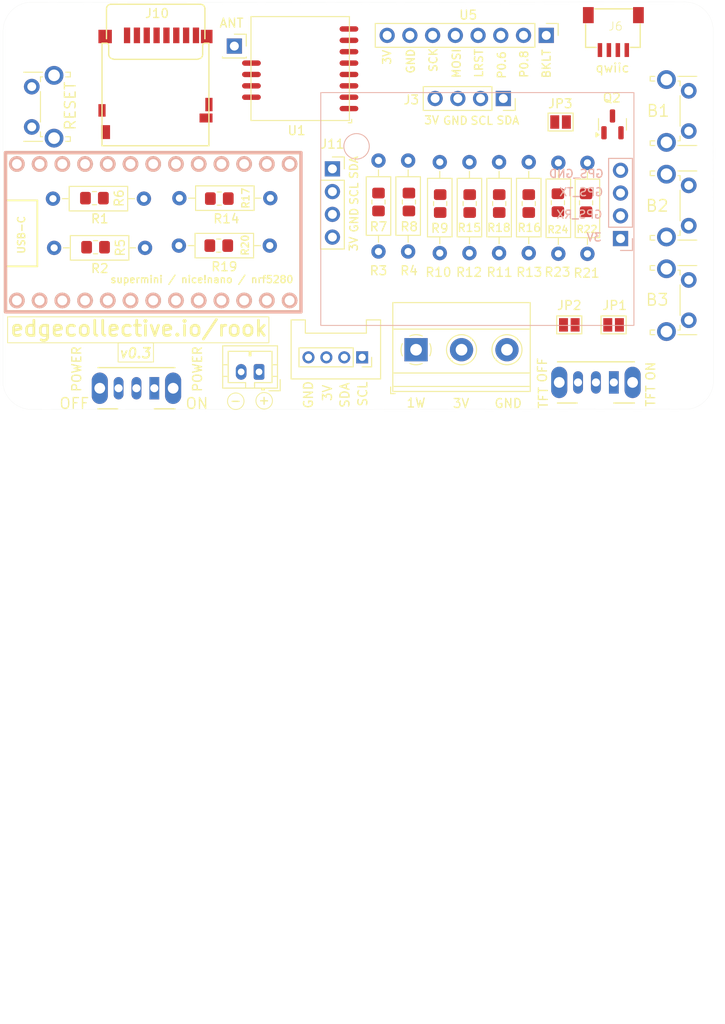
<source format=kicad_pcb>
(kicad_pcb (version 20240108) (generator "pcbnew") (generator_version "8.0")
  (layers (0 "F.Cu" signal) (31 "B.Cu" signal) (34 "B.Paste" user) (35 "F.Paste" user) (36 "B.SilkS" user "B.Silkscreen") (37 "F.SilkS" user "F.Silkscreen") (38 "B.Mask" user) (39 "F.Mask" user) (44 "Edge.Cuts" user))
  (net 0 "")
  (net 1 "P1_06")
  (net 2 "GPS_GND")
  (net 3 "RF_SW")
  (net 4 "MESH_BATT_MEASURE")
  (net 5 "GND")
  (net 6 "BAT")
  (net 7 "GPS_TX")
  (net 8 "GPS_RX")
  (net 9 "3V3")
  (net 10 "MESH_RST")
  (net 11 "Net-(J2-Pin_3)")
  (net 12 "LORA_RST")
  (net 13 "BUSY")
  (net 14 "ANT")
  (net 15 "MOSI")
  (net 16 "MISO")
  (net 17 "DIO1")
  (net 18 "Net-(J2-Pin_2)")
  (net 19 "SCK")
  (net 20 "SCL")
  (net 21 "SDA")
  (net 22 "V_EXT")
  (net 23 "P0_6")
  (net 24 "P0_8")
  (net 28 "BUTTON_A")
  (net 29 "GPS_EN")
  (net 30 "LORA_CS")
  (net 31 "Backlight")
  (footprint "footprints:JST_SH4_SKINNY" (layer "F.Cu") (at 65 -0.4 180)
    (property "Reference" "J6" (at 0.6 -0.414 0) (layer "F.SilkS") (effects (font (size 0.93472 0.93472) (thickness 0.08128)) (justify left bottom)))
    (property "Value" "Conn_01x04_Socket" (hide yes))
    (pad "1" smd rect (at -1.5 -2.514 270) (size 1.55 0.5) (layers "F.Cu" "F.Paste" "F.Mask") (net 20 "SCL"))
    (pad "2" smd rect (at -0.5 -2.514 270) (size 1.55 0.5) (layers "F.Cu" "F.Paste" "F.Mask") (net 21 "SDA"))
    (pad "3" smd rect (at 0.5 -2.514 270) (size 1.55 0.5) (layers "F.Cu" "F.Paste" "F.Mask") (net 9 "3V3"))
    (pad "4" smd rect (at 1.5 -2.514 270) (size 1.55 0.5) (layers "F.Cu" "F.Paste" "F.Mask") (net 5 "GND"))
    (pad "MT1" smd rect (at -2.8 1.386 270) (size 1.8 1.2) (layers "F.Cu" "F.Paste" "F.Mask"))
    (pad "MT2" smd rect (at 2.8 1.386 270) (size 1.8 1.2) (layers "F.Cu" "F.Paste" "F.Mask"))
  )
  (footprint "Connector_JST:JST_PH_B2B-PH-K_1x02_P2.00mm_Vertical" (layer "F.Cu") (at 25.4 38.05 180)
    (property "Reference" "J1" (hide yes))
    (property "Value" "Conn_01x02_Socket" (hide yes))
    (pad "1" thru_hole roundrect (at 0 0 180) (size 1.2 1.75) (drill 0.75) (layers "*.Cu" "*.Mask") (roundrect_rratio 0.208333) (net 22 "V_EXT"))
    (pad "2" thru_hole oval (at 2 0 180) (size 1.2 1.75) (drill 0.75) (layers "*.Cu" "*.Mask") (net 5 "GND"))
  )
  (footprint "footprints:st7789_154in_240x240" (layer "F.Cu") (at 57.5 0.475 -90)
    (property "Reference" "U5" (at -2.275 8.725 180) (layer "F.SilkS"))
    (property "Value" "~")
    (pad "1" thru_hole rect (at 0 0 270) (size 1.7 1.7) (drill 1) (layers "*.Cu" "*.Mask") (net 31 "Backlight"))
    (pad "2" thru_hole oval (at 0 2.54 270) (size 1.7 1.7) (drill 1) (layers "*.Cu" "*.Mask") (net 24 "P0_8"))
    (pad "3" thru_hole oval (at 0 5.08 270) (size 1.7 1.7) (drill 1) (layers "*.Cu" "*.Mask") (net 23 "P0_6"))
    (pad "4" thru_hole oval (at 0 7.62 270) (size 1.7 1.7) (drill 1) (layers "*.Cu" "*.Mask") (net 10 "MESH_RST"))
    (pad "5" thru_hole oval (at 0 10.16 270) (size 1.7 1.7) (drill 1) (layers "*.Cu" "*.Mask") (net 15 "MOSI"))
    (pad "6" thru_hole oval (at 0 12.7 270) (size 1.7 1.7) (drill 1) (layers "*.Cu" "*.Mask") (net 19 "SCK"))
    (pad "7" thru_hole oval (at 0 15.24 270) (size 1.7 1.7) (drill 1) (layers "*.Cu" "*.Mask") (net 9 "3V3"))
    (pad "8" thru_hole oval (at 0 17.78 270) (size 1.7 1.7) (drill 1) (layers "*.Cu" "*.Mask") (net 5 "GND"))
  )
  (footprint "Jumper:SolderJumper-2_P1.3mm_Open_Pad1.0x1.5mm" (layer "F.Cu") (at 60.075 32.8 180)
    (property "Reference" "JP2" (at 0 2.175 360) (layer "F.SilkS"))
    (property "Value" "Jumper_2_Open")
    (pad "1" smd rect (at -0.65 0 180) (size 1 1.5) (layers "F.Cu" "F.Mask") (net 18 "Net-(J2-Pin_2)"))
    (pad "2" smd rect (at 0.65 0 180) (size 1 1.5) (layers "F.Cu" "F.Mask") (net 8 "GPS_RX"))
  )
  (footprint "footprints:nice_nano_cleanest" (layer "F.Cu") (at 14.845 22.455)
    (property "Reference" "U2" (hide yes))
    (property "Value" "nice_nano_clean" (hide yes))
    (fp_text user "supermini / nice!nano / nrf5280" (at 4.17 5.27 360) (layer "F.SilkS") (effects (font (size 0.8 0.8))))
    (fp_text user "USB-C" (at -16 0.3 90) (layer "F.SilkS") (effects (font (size 0.8 0.8))))
    (pad "1" thru_hole circle (at -13.97 7.62) (size 1.7526 1.7526) (drill 1.0922) (layers "*.Cu" "*.SilkS" "*.Mask") (net 23 "P0_6"))
    (pad "2" thru_hole circle (at -11.43 7.62) (size 1.7526 1.7526) (drill 1.0922) (layers "*.Cu" "*.SilkS" "*.Mask") (net 24 "P0_8"))
    (pad "3" thru_hole circle (at -8.89 7.62) (size 1.7526 1.7526) (drill 1.0922) (layers "*.Cu" "*.SilkS" "*.Mask") (net 5 "GND"))
    (pad "4" thru_hole circle (at -6.35 7.62) (size 1.7526 1.7526) (drill 1.0922) (layers "*.Cu" "*.SilkS" "*.Mask") (net 5 "GND"))
    (pad "5" thru_hole circle (at -3.81 7.62) (size 1.7526 1.7526) (drill 1.0922) (layers "*.Cu" "*.SilkS" "*.Mask") (net 3 "RF_SW"))
    (pad "6" thru_hole circle (at -1.27 7.62) (size 1.7526 1.7526) (drill 1.0922) (layers "*.Cu" "*.SilkS" "*.Mask") (net 8 "GPS_RX"))
    (pad "7" thru_hole circle (at 1.27 7.62) (size 1.7526 1.7526) (drill 1.0922) (layers "*.Cu" "*.SilkS" "*.Mask") (net 7 "GPS_TX"))
    (pad "8" thru_hole circle (at 3.81 7.62) (size 1.7526 1.7526) (drill 1.0922) (layers "*.Cu" "*.SilkS" "*.Mask") (net 29 "GPS_EN"))
    (pad "9" thru_hole circle (at 6.35 7.62) (size 1.7526 1.7526) (drill 1.0922) (layers "*.Cu" "*.SilkS" "*.Mask") (net 28 "BUTTON_A"))
    (pad "10" thru_hole circle (at 8.89 7.62) (size 1.7526 1.7526) (drill 1.0922) (layers "*.Cu" "*.SilkS" "*.Mask") (net 20 "SCL"))
    (pad "11" thru_hole circle (at 11.43 7.62) (size 1.7526 1.7526) (drill 1.0922) (layers "*.Cu" "*.SilkS" "*.Mask") (net 21 "SDA"))
    (pad "12" thru_hole circle (at 13.97 7.62) (size 1.7526 1.7526) (drill 1.0922) (layers "*.Cu" "*.SilkS" "*.Mask") (net 1 "P1_06"))
    (pad "13" thru_hole circle (at 13.97 -7.62) (size 1.7526 1.7526) (drill 1.0922) (layers "*.Cu" "*.SilkS" "*.Mask") (net 12 "LORA_RST"))
    (pad "14" thru_hole circle (at 11.43 -7.62) (size 1.7526 1.7526) (drill 1.0922) (layers "*.Cu" "*.SilkS" "*.Mask") (net 17 "DIO1"))
    (pad "15" thru_hole circle (at 8.89 -7.62) (size 1.7526 1.7526) (drill 1.0922) (layers "*.Cu" "*.SilkS" "*.Mask") (net 19 "SCK"))
    (pad "16" thru_hole circle (at 6.35 -7.62) (size 1.7526 1.7526) (drill 1.0922) (layers "*.Cu" "*.SilkS" "*.Mask") (net 30 "LORA_CS"))
    (pad "17" thru_hole circle (at 3.81 -7.62) (size 1.7526 1.7526) (drill 1.0922) (layers "*.Cu" "*.SilkS" "*.Mask") (net 15 "MOSI"))
    (pad "18" thru_hole circle (at 1.27 -7.62) (size 1.7526 1.7526) (drill 1.0922) (layers "*.Cu" "*.SilkS" "*.Mask") (net 16 "MISO"))
    (pad "19" thru_hole circle (at -1.27 -7.62) (size 1.7526 1.7526) (drill 1.0922) (layers "*.Cu" "*.SilkS" "*.Mask") (net 13 "BUSY"))
    (pad "20" thru_hole circle (at -3.81 -7.62) (size 1.7526 1.7526) (drill 1.0922) (layers "*.Cu" "*.SilkS" "*.Mask") (net 4 "MESH_BATT_MEASURE"))
    (pad "21" thru_hole circle (at -6.35 -7.62) (size 1.7526 1.7526) (drill 1.0922) (layers "*.Cu" "*.SilkS" "*.Mask") (net 9 "3V3"))
    (pad "22" thru_hole circle (at -8.89 -7.62) (size 1.7526 1.7526) (drill 1.0922) (layers "*.Cu" "*.SilkS" "*.Mask") (net 10 "MESH_RST"))
    (pad "23" thru_hole circle (at -11.43 -7.62) (size 1.7526 1.7526) (drill 1.0922) (layers "*.Cu" "*.SilkS" "*.Mask") (net 5 "GND"))
    (pad "24" thru_hole circle (at -13.97 -7.62) (size 1.7526 1.7526) (drill 1.0922) (layers "*.Cu" "*.SilkS" "*.Mask") (net 6 "BAT"))
    (pad "25" thru_hole circle (at -16.51 -7.62) (size 1.7526 1.7526) (drill 1.0922) (layers "*.Cu" "*.SilkS" "*.Mask") (net 6 "BAT"))
    (pad "26" thru_hole circle (at -16.51 7.62) (size 1.7526 1.7526) (drill 1.0922) (layers "*.Cu" "*.SilkS" "*.Mask") (net 5 "GND"))
  )
  (footprint "Resistor_THT:R_Axial_DIN0207_L6.3mm_D2.5mm_P10.16mm_Horizontal" (layer "F.Cu") (at 45.6 24.785 90)
    (property "Reference" "R10" (at -2.14 -0.15 180) (layer "F.SilkS"))
    (property "Value" "R")
    (pad "1" thru_hole circle (at 0 0 90) (size 1.6 1.6) (drill 0.8) (layers "*.Cu" "*.Mask") (net 1 "P1_06"))
    (pad "2" thru_hole oval (at 10.16 0 90) (size 1.6 1.6) (drill 0.8) (layers "*.Cu" "*.Mask") (net 9 "3V3"))
  )
  (footprint "Button_Switch_THT:SW_Tactile_SPST_Angled_PTS645Vx31-2LFS" (layer "F.Cu") (at 73.425 27.7875 -90)
    (property "Reference" "B3" (at 2.2125 3.525 0) (layer "F.SilkS") (effects (font (size 1.3 1.3))))
    (property "Value" "SW_Push" (hide yes))
    (pad "" thru_hole circle (at -1.25 2.49 270) (size 2.1 2.1) (drill 1.3) (layers "*.Cu" "*.Mask"))
    (pad "" thru_hole circle (at 5.76 2.49 270) (size 2.1 2.1) (drill 1.3) (layers "*.Cu" "*.Mask"))
    (pad "1" thru_hole circle (at 0 0 270) (size 1.75 1.75) (drill 0.99) (layers "*.Cu" "*.Mask") (net 24 "P0_8"))
    (pad "2" thru_hole circle (at 4.5 0 270) (size 1.75 1.75) (drill 0.99) (layers "*.Cu" "*.Mask") (net 5 "GND"))
  )
  (footprint "Resistor_SMD:R_0805_2012Metric_Pad1.20x1.40mm_HandSolder" (layer "F.Cu") (at 7.13 24.12857)
    (property "Reference" "R5" (at 2.7585 0.05 90) (layer "F.SilkS"))
    (property "Value" "R")
    (pad "1" smd roundrect (at -1 0) (size 1.2 1.4) (layers "F.Cu" "F.Paste" "F.Mask") (roundrect_rratio 0.208333) (net 6 "BAT"))
    (pad "2" smd roundrect (at 1 0) (size 1.2 1.4) (layers "F.Cu" "F.Paste" "F.Mask") (roundrect_rratio 0.208333) (net 4 "MESH_BATT_MEASURE"))
  )
  (footprint "Button_Switch_THT:SW_Tactile_SPST_Angled_PTS645Vx31-2LFS" (layer "F.Cu") (at 73.425 6.6625 -90)
    (property "Reference" "B1" (at 2.2375 3.425 0) (layer "F.SilkS") (effects (font (size 1.3 1.3))))
    (property "Value" "SW_Push" (hide yes))
    (pad "" thru_hole circle (at -1.25 2.49 270) (size 2.1 2.1) (drill 1.3) (layers "*.Cu" "*.Mask"))
    (pad "" thru_hole circle (at 5.76 2.49 270) (size 2.1 2.1) (drill 1.3) (layers "*.Cu" "*.Mask"))
    (pad "1" thru_hole circle (at 0 0 270) (size 1.75 1.75) (drill 0.99) (layers "*.Cu" "*.Mask") (net 28 "BUTTON_A"))
    (pad "2" thru_hole circle (at 4.5 0 270) (size 1.75 1.75) (drill 0.99) (layers "*.Cu" "*.Mask") (net 5 "GND"))
  )
  (footprint "Jumper:SolderJumper-2_P1.3mm_Open_Pad1.0x1.5mm" (layer "F.Cu") (at 65.025 32.8 180)
    (property "Reference" "JP1" (at -0.125 2.175 360) (layer "F.SilkS"))
    (property "Value" "Jumper_2_Open")
    (pad "1" smd rect (at -0.65 0 180) (size 1 1.5) (layers "F.Cu" "F.Mask") (net 11 "Net-(J2-Pin_3)"))
    (pad "2" smd rect (at 0.65 0 180) (size 1 1.5) (layers "F.Cu" "F.Mask") (net 7 "GPS_TX"))
  )
  (footprint "Resistor_SMD:R_0805_2012Metric_Pad1.20x1.40mm_HandSolder" (layer "F.Cu") (at 45.64286 19.255 90)
    (property "Reference" "R9" (at -2.7585 -0.05 180) (layer "F.SilkS"))
    (property "Value" "R")
    (pad "1" smd roundrect (at -1 0 90) (size 1.2 1.4) (layers "F.Cu" "F.Paste" "F.Mask") (roundrect_rratio 0.208333) (net 1 "P1_06"))
    (pad "2" smd roundrect (at 1 0 90) (size 1.2 1.4) (layers "F.Cu" "F.Paste" "F.Mask") (roundrect_rratio 0.208333) (net 9 "3V3"))
  )
  (footprint "MountingHole:MountingHole_3.2mm_M3" (layer "F.Cu") (at 0 39)
    (property "Reference" "H4" (hide yes))
    (property "Value" "MountingHole" (hide yes))
    (pad "" np_thru_hole circle (at 0 0) (size 3.2 3.2) (drill 3.2) (layers "*.Cu" "*.Mask"))
  )
  (footprint "Resistor_THT:R_Axial_DIN0207_L6.3mm_D2.5mm_P10.16mm_Horizontal" (layer "F.Cu") (at 55.54286 14.625 -90)
    (property "Reference" "R13" (at 12.3 -0.06 360) (layer "F.SilkS"))
    (property "Value" "R")
    (pad "1" thru_hole circle (at 0 0 270) (size 1.6 1.6) (drill 0.8) (layers "*.Cu" "*.Mask") (net 29 "GPS_EN"))
    (pad "2" thru_hole oval (at 10.16 0 270) (size 1.6 1.6) (drill 0.8) (layers "*.Cu" "*.Mask") (net 5 "GND"))
  )
  (footprint "Resistor_SMD:R_0805_2012Metric_Pad1.20x1.40mm_HandSolder" (layer "F.Cu") (at 48.94286 19.255 -90)
    (property "Reference" "R15" (at 2.7 0.04 360) (layer "F.SilkS") (effects (font (size 0.9 0.9))))
    (property "Value" "R")
    (pad "1" smd roundrect (at -1 0 270) (size 1.2 1.4) (layers "F.Cu" "F.Paste" "F.Mask") (roundrect_rratio 0.208333) (net 18 "Net-(J2-Pin_2)"))
    (pad "2" smd roundrect (at 1 0 270) (size 1.2 1.4) (layers "F.Cu" "F.Paste" "F.Mask") (roundrect_rratio 0.208333) (net 8 "GPS_RX"))
  )
  (footprint "Resistor_SMD:R_0805_2012Metric_Pad1.20x1.40mm_HandSolder" (layer "F.Cu") (at 20.9 23.95)
    (property "Reference" "R20" (at 2.95 -0.05 90) (layer "F.SilkS") (effects (font (size 0.8 0.8))))
    (property "Value" "R")
    (pad "1" smd roundrect (at -1 0) (size 1.2 1.4) (layers "F.Cu" "F.Paste" "F.Mask") (roundrect_rratio 0.208333) (net 28 "BUTTON_A"))
    (pad "2" smd roundrect (at 1 0) (size 1.2 1.4) (layers "F.Cu" "F.Paste" "F.Mask") (roundrect_rratio 0.208333) (net 9 "3V3"))
  )
  (footprint "Resistor_SMD:R_0805_2012Metric_Pad1.20x1.40mm_HandSolder" (layer "F.Cu") (at 7 18.65 180)
    (property "Reference" "R6" (at -2.7585 0 90) (layer "F.SilkS"))
    (property "Value" "R")
    (pad "1" smd roundrect (at -1 0 180) (size 1.2 1.4) (layers "F.Cu" "F.Paste" "F.Mask") (roundrect_rratio 0.208333) (net 4 "MESH_BATT_MEASURE"))
    (pad "2" smd roundrect (at 1 0 180) (size 1.2 1.4) (layers "F.Cu" "F.Paste" "F.Mask") (roundrect_rratio 0.208333) (net 5 "GND"))
  )
  (footprint "Package_TO_SOT_SMD:SOT-23" (layer "F.Cu") (at 64.9 10.4125 90)
    (property "Reference" "Q2" (at 2.9625 -0.075 180) (layer "F.SilkS"))
    (property "Value" "2N7002")
    (pad "1" smd roundrect (at -0.9375 -0.95 90) (size 1.475 0.6) (layers "F.Cu" "F.Paste" "F.Mask") (net 29 "GPS_EN"))
    (pad "2" smd roundrect (at -0.9375 0.95 90) (size 1.475 0.6) (layers "F.Cu" "F.Paste" "F.Mask") (net 5 "GND"))
    (pad "3" smd roundrect (at 0.9375 0 90) (size 1.475 0.6) (layers "F.Cu" "F.Paste" "F.Mask") (net 2 "GPS_GND"))
  )
  (footprint "Button_Switch_THT:SW_Tactile_SPST_Angled_PTS645Vx31-2LFS" (layer "F.Cu") (at 73.425 17.225 -90)
    (property "Reference" "B2" (at 2.275 3.525 0) (layer "F.SilkS") (effects (font (size 1.3 1.3))))
    (property "Value" "SW_Push" (hide yes))
    (pad "" thru_hole circle (at -1.25 2.49 270) (size 2.1 2.1) (drill 1.3) (layers "*.Cu" "*.Mask"))
    (pad "" thru_hole circle (at 5.76 2.49 270) (size 2.1 2.1) (drill 1.3) (layers "*.Cu" "*.Mask"))
    (pad "1" thru_hole circle (at 0 0 270) (size 1.75 1.75) (drill 0.99) (layers "*.Cu" "*.Mask") (net 23 "P0_6"))
    (pad "2" thru_hole circle (at 4.5 0 270) (size 1.75 1.75) (drill 0.99) (layers "*.Cu" "*.Mask") (net 5 "GND"))
  )
  (footprint "Resistor_SMD:R_0805_2012Metric_Pad1.20x1.40mm_HandSolder" (layer "F.Cu") (at 55.54286 19.255 90)
    (property "Reference" "R16" (at -2.7 0.06 360) (layer "F.SilkS") (effects (font (size 0.9 0.9))))
    (property "Value" "10K")
    (pad "1" smd roundrect (at -1 0 90) (size 1.2 1.4) (layers "F.Cu" "F.Paste" "F.Mask") (roundrect_rratio 0.208333) (net 5 "GND"))
    (pad "2" smd roundrect (at 1 0 90) (size 1.2 1.4) (layers "F.Cu" "F.Paste" "F.Mask") (roundrect_rratio 0.208333) (net 29 "GPS_EN"))
  )
  (footprint "Resistor_THT:R_Axial_DIN0207_L6.3mm_D2.5mm_P10.16mm_Horizontal" (layer "F.Cu") (at 62.1 14.71 -90)
    (property "Reference" "R21" (at 12.31 0.1 360) (layer "F.SilkS"))
    (property "Value" "R")
    (pad "1" thru_hole circle (at 0 0 270) (size 1.6 1.6) (drill 0.8) (layers "*.Cu" "*.Mask") (net 23 "P0_6"))
    (pad "2" thru_hole oval (at 10.16 0 270) (size 1.6 1.6) (drill 0.8) (layers "*.Cu" "*.Mask") (net 9 "3V3"))
  )
  (footprint "eg1206:SSW_1825232-1" (layer "F.Cu") (at 65.05 39.225)
    (property "Reference" "TFT_BL1")
    (property "Value" "Conn_01x03_Socket" (hide yes))
    (pad "" thru_hole oval (at -6.1 0) (size 1.8 3.5) (drill 1.2) (layers "*.Cu" "*.Mask"))
    (pad "" thru_hole oval (at 2.1 0) (size 1.8 3.5) (drill 1.2) (layers "*.Cu" "*.Mask"))
    (pad "1" thru_hole rect (at 0 0) (size 1.1 2.5) (drill 0.9) (layers "*.Cu" "*.Mask") (net 9 "3V3"))
    (pad "2" thru_hole oval (at -2 0) (size 1.1 2.5) (drill 0.9) (layers "*.Cu" "*.Mask") (net 31 "Backlight"))
    (pad "3" thru_hole oval (at -4 0) (size 1.1 2.5) (drill 0.9) (layers "*.Cu" "*.Mask"))
  )
  (footprint "footprints:ssd1306_a" (layer "F.Cu") (at 33.6 15.38)
    (property "Reference" "J11" (at 0 -2.77 0) (layer "F.SilkS"))
    (property "Value" "Conn_01x04_Pin" (hide yes))
    (pad "1" thru_hole oval (at 0 7.62) (size 1.7 1.7) (drill 1) (layers "*.Cu" "*.Mask") (net 9 "3V3"))
    (pad "2" thru_hole oval (at 0 5.08) (size 1.7 1.7) (drill 1) (layers "*.Cu" "*.Mask") (net 5 "GND"))
    (pad "3" thru_hole oval (at 0 2.54) (size 1.7 1.7) (drill 1) (layers "*.Cu" "*.Mask") (net 20 "SCL"))
    (pad "4" thru_hole rect (at 0 0) (size 1.7 1.7) (drill 1) (layers "*.Cu" "*.Mask") (net 21 "SDA"))
  )
  (footprint "Resistor_THT:R_Axial_DIN0207_L6.3mm_D2.5mm_P10.16mm_Horizontal" (layer "F.Cu") (at 12.53 18.707145 180)
    (property "Reference" "R1" (at 4.93 -2.242855 180) (layer "F.SilkS"))
    (property "Value" "R")
    (pad "1" thru_hole circle (at 0 0 180) (size 1.6 1.6) (drill 0.8) (layers "*.Cu" "*.Mask") (net 4 "MESH_BATT_MEASURE"))
    (pad "2" thru_hole oval (at 10.16 0 180) (size 1.6 1.6) (drill 0.8) (layers "*.Cu" "*.Mask") (net 5 "GND"))
  )
  (footprint "footprints:DM3D-SF_outline" (layer "F.Cu") (at 13.85 1.35 180)
    (property "Reference" "J10" (at -0.1524 3.3274 360) (layer "F.SilkS"))
    (property "Value" "Micro_SD_Card" (hide yes))
    (pad "1" smd rect (at 3.2 0.875 180) (size 0.7 1.75) (layers "F.Cu" "F.Paste" "F.Mask"))
    (pad "2" smd rect (at 2.1 0.875 180) (size 0.7 1.75) (layers "F.Cu" "F.Paste" "F.Mask") (net 1 "P1_06"))
    (pad "3" smd rect (at 1 0.875 180) (size 0.7 1.75) (layers "F.Cu" "F.Paste" "F.Mask") (net 15 "MOSI"))
    (pad "4" smd rect (at -0.1 0.875 180) (size 0.7 1.75) (layers "F.Cu" "F.Paste" "F.Mask") (net 9 "3V3"))
    (pad "5" smd rect (at -1.2 0.875 180) (size 0.7 1.75) (layers "F.Cu" "F.Paste" "F.Mask") (net 19 "SCK"))
    (pad "6" smd rect (at -2.3 0.875 180) (size 0.7 1.75) (layers "F.Cu" "F.Paste" "F.Mask") (net 5 "GND"))
    (pad "7" smd rect (at -3.4 0.875 180) (size 0.7 1.75) (layers "F.Cu" "F.Paste" "F.Mask") (net 16 "MISO"))
    (pad "8" smd rect (at -4.5 0.875 180) (size 0.7 1.75) (layers "F.Cu" "F.Paste" "F.Mask"))
    (pad "9" smd rect (at -5.7 0.75 180) (size 1.3 1.5) (layers "F.Cu" "F.Paste" "F.Mask") (net 5 "GND"))
    (pad "10" smd rect (at -5.95 -6.85 180) (size 0.8 1.5) (layers "F.Cu" "F.Paste" "F.Mask"))
    (pad "11" smd rect (at 6 -7.5 180) (size 0.8 1.4) (layers "F.Cu" "F.Paste" "F.Mask"))
    (pad "12" smd rect (at 5.65 0.75 180) (size 1.5 1.5) (layers "F.Cu" "F.Paste" "F.Mask"))
    (pad "A" smd rect (at 5.6 -9.925 180) (size 1 1.55) (layers "F.Cu" "F.Paste" "F.Mask"))
    (pad "B" smd rect (at -5.625 -8.35 180) (size 1.45 1) (layers "F.Cu" "F.Paste" "F.Mask"))
  )
  (footprint "MountingHole:MountingHole_3.2mm_M3" (layer "F.Cu") (at 0 0)
    (property "Reference" "H1" (hide yes))
    (property "Value" "MountingHole" (hide yes))
    (pad "" np_thru_hole circle (at 0 0) (size 3.2 3.2) (drill 3.2) (layers "*.Cu" "*.Mask"))
  )
  (footprint "Resistor_SMD:R_0805_2012Metric_Pad1.20x1.40mm_HandSolder" (layer "F.Cu") (at 52.24286 19.255 90)
    (property "Reference" "R18" (at -2.7 -0.04 360) (layer "F.SilkS") (effects (font (size 0.9 0.9))))
    (property "Value" "R")
    (pad "1" smd roundrect (at -1 0 90) (size 1.2 1.4) (layers "F.Cu" "F.Paste" "F.Mask") (roundrect_rratio 0.208333) (net 11 "Net-(J2-Pin_3)"))
    (pad "2" smd roundrect (at 1 0 90) (size 1.2 1.4) (layers "F.Cu" "F.Paste" "F.Mask") (roundrect_rratio 0.208333) (net 7 "GPS_TX"))
  )
  (footprint "Resistor_THT:R_Axial_DIN0207_L6.3mm_D2.5mm_P10.16mm_Horizontal" (layer "F.Cu") (at 58.85 14.7 -90)
    (property "Reference" "R23" (at 12.21 0.1 360) (layer "F.SilkS"))
    (property "Value" "R")
    (pad "1" thru_hole circle (at 0 0 270) (size 1.6 1.6) (drill 0.8) (layers "*.Cu" "*.Mask") (net 24 "P0_8"))
    (pad "2" thru_hole oval (at 10.16 0 270) (size 1.6 1.6) (drill 0.8) (layers "*.Cu" "*.Mask") (net 9 "3V3"))
  )
  (footprint "Resistor_SMD:R_0805_2012Metric_Pad1.20x1.40mm_HandSolder" (layer "F.Cu") (at 42.15 19.08 -90)
    (property "Reference" "R8" (at 2.7585 -0.03 360) (layer "F.SilkS"))
    (property "Value" "R")
    (pad "1" smd roundrect (at -1 0 270) (size 1.2 1.4) (layers "F.Cu" "F.Paste" "F.Mask") (roundrect_rratio 0.208333) (net 21 "SDA"))
    (pad "2" smd roundrect (at 1 0 270) (size 1.2 1.4) (layers "F.Cu" "F.Paste" "F.Mask") (roundrect_rratio 0.208333) (net 9 "3V3"))
  )
  (footprint "footprints:ssd1306_a" (layer "F.Cu") (at 52.7 7.525 -90)
    (property "Reference" "J3" (at 0.15 10.275 180) (layer "F.SilkS"))
    (property "Value" "Conn_01x04_Pin" (hide yes))
    (pad "1" thru_hole oval (at 0 7.62 270) (size 1.7 1.7) (drill 1) (layers "*.Cu" "*.Mask") (net 9 "3V3"))
    (pad "2" thru_hole oval (at 0 5.08 270) (size 1.7 1.7) (drill 1) (layers "*.Cu" "*.Mask") (net 5 "GND"))
    (pad "3" thru_hole oval (at 0 2.54 270) (size 1.7 1.7) (drill 1) (layers "*.Cu" "*.Mask") (net 20 "SCL"))
    (pad "4" thru_hole rect (at 0 0 270) (size 1.7 1.7) (drill 1) (layers "*.Cu" "*.Mask") (net 21 "SDA"))
  )
  (footprint "Resistor_THT:R_Axial_DIN0207_L6.3mm_D2.5mm_P10.16mm_Horizontal" (layer "F.Cu") (at 38.75 14.45 -90)
    (property "Reference" "R3" (at 12.3 0 180) (layer "F.SilkS"))
    (property "Value" "R")
    (pad "1" thru_hole circle (at 0 0 270) (size 1.6 1.6) (drill 0.8) (layers "*.Cu" "*.Mask") (net 20 "SCL"))
    (pad "2" thru_hole oval (at 10.16 0 270) (size 1.6 1.6) (drill 0.8) (layers "*.Cu" "*.Mask") (net 9 "3V3"))
  )
  (footprint "Resistor_SMD:R_0805_2012Metric_Pad1.20x1.40mm_HandSolder" (layer "F.Cu") (at 38.75 19.08 -90)
    (property "Reference" "R7" (at 2.7585 0 360) (layer "F.SilkS"))
    (property "Value" "R")
    (pad "1" smd roundrect (at -1 0 270) (size 1.2 1.4) (layers "F.Cu" "F.Paste" "F.Mask") (roundrect_rratio 0.208333) (net 20 "SCL"))
    (pad "2" smd roundrect (at 1 0 270) (size 1.2 1.4) (layers "F.Cu" "F.Paste" "F.Mask") (roundrect_rratio 0.208333) (net 9 "3V3"))
  )
  (footprint "Resistor_THT:R_Axial_DIN0207_L6.3mm_D2.5mm_P10.16mm_Horizontal" (layer "F.Cu") (at 2.5 24.2)
    (property "Reference" "R2" (at 5.1 2.3 180) (layer "F.SilkS"))
    (property "Value" "R")
    (pad "1" thru_hole circle (at 0 0) (size 1.6 1.6) (drill 0.8) (layers "*.Cu" "*.Mask") (net 6 "BAT"))
    (pad "2" thru_hole oval (at 10.16 0) (size 1.6 1.6) (drill 0.8) (layers "*.Cu" "*.Mask") (net 4 "MESH_BATT_MEASURE"))
  )
  (footprint "footprints:grove_a" (layer "F.Cu") (at 36.925 36.425 -90)
    (property "Reference" "U4" (hide yes))
    (property "Value" "grove_a" (hide yes))
    (pad "1" thru_hole oval (at 0 6 270) (size 1.35 1.35) (drill 0.8) (layers "*.Cu" "*.Mask") (net 5 "GND"))
    (pad "2" thru_hole oval (at 0 4 270) (size 1.35 1.35) (drill 0.8) (layers "*.Cu" "*.Mask") (net 9 "3V3"))
    (pad "3" thru_hole oval (at 0 2 270) (size 1.35 1.35) (drill 0.8) (layers "*.Cu" "*.Mask") (net 21 "SDA"))
    (pad "4" thru_hole rect (at 0 0 270) (size 1.35 1.35) (drill 0.8) (layers "*.Cu" "*.Mask") (net 20 "SCL"))
  )
  (footprint "MountingHole:MountingHole_3.2mm_M3" (layer "F.Cu") (at 73 0)
    (property "Reference" "H2" (hide yes))
    (property "Value" "MountingHole" (hide yes))
    (pad "" np_thru_hole circle (at 0 0) (size 3.2 3.2) (drill 3.2) (layers "*.Cu" "*.Mask"))
  )
  (footprint "Resistor_SMD:R_0805_2012Metric_Pad1.20x1.40mm_HandSolder" (layer "F.Cu") (at 61.95 19.17 -90)
    (property "Reference" "R22" (at 2.95 -0.1 360) (layer "F.SilkS") (effects (font (size 0.8 0.8))))
    (property "Value" "R")
    (pad "1" smd roundrect (at -1 0 270) (size 1.2 1.4) (layers "F.Cu" "F.Paste" "F.Mask") (roundrect_rratio 0.208333) (net 23 "P0_6"))
    (pad "2" smd roundrect (at 1 0 270) (size 1.2 1.4) (layers "F.Cu" "F.Paste" "F.Mask") (roundrect_rratio 0.208333) (net 9 "3V3"))
  )
  (footprint "Resistor_THT:R_Axial_DIN0207_L6.3mm_D2.5mm_P10.16mm_Horizontal" (layer "F.Cu") (at 52.22857 14.625 -90)
    (property "Reference" "R11" (at 12.3 -0.06 360) (layer "F.SilkS"))
    (property "Value" "R")
    (pad "1" thru_hole circle (at 0 0 270) (size 1.6 1.6) (drill 0.8) (layers "*.Cu" "*.Mask") (net 11 "Net-(J2-Pin_3)"))
    (pad "2" thru_hole oval (at 10.16 0 270) (size 1.6 1.6) (drill 0.8) (layers "*.Cu" "*.Mask") (net 7 "GPS_TX"))
  )
  (footprint "Resistor_SMD:R_0805_2012Metric_Pad1.20x1.40mm_HandSolder" (layer "F.Cu") (at 58.8 19.16 -90)
    (property "Reference" "R24" (at 3 0 360) (layer "F.SilkS") (effects (font (size 0.8 0.8))))
    (property "Value" "R")
    (pad "1" smd roundrect (at -1 0 270) (size 1.2 1.4) (layers "F.Cu" "F.Paste" "F.Mask") (roundrect_rratio 0.208333) (net 24 "P0_8"))
    (pad "2" smd roundrect (at 1 0 270) (size 1.2 1.4) (layers "F.Cu" "F.Paste" "F.Mask") (roundrect_rratio 0.208333) (net 9 "3V3"))
  )
  (footprint "MountingHole:MountingHole_3.2mm_M3" (layer "F.Cu") (at 73 39)
    (property "Reference" "H3" (hide yes))
    (property "Value" "MountingHole" (hide yes))
    (pad "" np_thru_hole circle (at 0 0) (size 3.2 3.2) (drill 3.2) (layers "*.Cu" "*.Mask"))
  )
  (footprint "Resistor_THT:R_Axial_DIN0207_L6.3mm_D2.5mm_P10.16mm_Horizontal" (layer "F.Cu") (at 16.44 23.95)
    (property "Reference" "R19" (at 5.08 2.35 0) (layer "F.SilkS"))
    (property "Value" "R")
    (pad "1" thru_hole circle (at 0 0) (size 1.6 1.6) (drill 0.8) (layers "*.Cu" "*.Mask") (net 28 "BUTTON_A"))
    (pad "2" thru_hole oval (at 10.16 0) (size 1.6 1.6) (drill 0.8) (layers "*.Cu" "*.Mask") (net 9 "3V3"))
  )
  (footprint "eg1206:SSW_1825232-1" (layer "F.Cu") (at 13.7 39.875)
    (property "Reference" "J8")
    (property "Value" "Conn_01x03_Socket" (hide yes))
    (pad "" thru_hole oval (at -6.1 0) (size 1.8 3.5) (drill 1.2) (layers "*.Cu" "*.Mask"))
    (pad "" thru_hole oval (at 2.1 0) (size 1.8 3.5) (drill 1.2) (layers "*.Cu" "*.Mask"))
    (pad "1" thru_hole rect (at 0 0) (size 1.1 2.5) (drill 0.9) (layers "*.Cu" "*.Mask") (net 6 "BAT"))
    (pad "2" thru_hole oval (at -2 0) (size 1.1 2.5) (drill 0.9) (layers "*.Cu" "*.Mask") (net 22 "V_EXT"))
    (pad "3" thru_hole oval (at -4 0) (size 1.1 2.5) (drill 0.9) (layers "*.Cu" "*.Mask"))
  )
  (footprint "wio-sx1262:wio-sx1262-extended" (layer "F.Cu") (at 35.5 9.98 90)
    (property "Reference" "U1" (at -1.125 -5.9 180) (layer "F.SilkS"))
    (property "Value" "wio-sx1262")
    (pad "1" smd roundrect (at 1.33 -0.05 180) (size 2.1 0.6) (layers "F.Cu" "F.Paste" "F.Mask") (roundrect_rratio 0.5) (net 3 "RF_SW"))
    (pad "2" smd roundrect (at 2.6 -0.05 180) (size 2.1 0.6) (layers "F.Cu" "F.Paste" "F.Mask") (roundrect_rratio 0.5) (net 16 "MISO"))
    (pad "3" smd roundrect (at 3.87 -0.05 180) (size 2.1 0.6) (layers "F.Cu" "F.Paste" "F.Mask") (roundrect_rratio 0.5) (net 15 "MOSI"))
    (pad "4" smd roundrect (at 5.14 -0.05 180) (size 2.1 0.6) (layers "F.Cu" "F.Paste" "F.Mask") (roundrect_rratio 0.5) (net 19 "SCK"))
    (pad "5" smd roundrect (at 6.41 -0.05 180) (size 2.1 0.6) (layers "F.Cu" "F.Paste" "F.Mask") (roundrect_rratio 0.5) (net 12 "LORA_RST"))
    (pad "6" smd roundrect (at 7.68 -0.05 180) (size 2.1 0.6) (layers "F.Cu" "F.Paste" "F.Mask") (roundrect_rratio 0.5) (net 30 "LORA_CS"))
    (pad "7" smd roundrect (at 8.95 -0.05 180) (size 2.1 0.6) (layers "F.Cu" "F.Paste" "F.Mask") (roundrect_rratio 0.5) (net 5 "GND"))
    (pad "8" smd roundrect (at 10.22 -0.05 180) (size 2.1 0.6) (layers "F.Cu" "F.Paste" "F.Mask") (roundrect_rratio 0.5) (net 9 "3V3"))
    (pad "9" smd roundrect (at 6.41 -10.95 180) (size 2.1 0.6) (layers "F.Cu" "F.Paste" "F.Mask") (roundrect_rratio 0.5) (net 14 "ANT"))
    (pad "10" smd roundrect (at 5.14 -10.95 180) (size 2.1 0.6) (layers "F.Cu" "F.Paste" "F.Mask") (roundrect_rratio 0.5) (net 5 "GND"))
    (pad "11" smd roundrect (at 3.87 -10.95 180) (size 2.1 0.6) (layers "F.Cu" "F.Paste" "F.Mask") (roundrect_rratio 0.5) (net 13 "BUSY"))
    (pad "12" smd roundrect (at 2.6 -10.95 180) (size 2.1 0.6) (layers "F.Cu" "F.Paste" "F.Mask") (roundrect_rratio 0.5) (net 17 "DIO1"))
  )
  (footprint "TerminalBlock_Phoenix:TerminalBlock_Phoenix_MKDS-1,5-3-5.08_1x03_P5.08mm_Horizontal" (layer "F.Cu") (at 42.95 35.575)
    (property "Reference" "J7" (hide yes))
    (property "Value" "Screw_Terminal_01x03" (hide yes))
    (pad "1" thru_hole rect (at 0 0) (size 2.6 2.6) (drill 1.3) (layers "*.Cu" "*.Mask") (net 1 "P1_06"))
    (pad "2" thru_hole circle (at 5.08 0) (size 2.6 2.6) (drill 1.3) (layers "*.Cu" "*.Mask") (net 9 "3V3"))
    (pad "3" thru_hole circle (at 10.16 0) (size 2.6 2.6) (drill 1.3) (layers "*.Cu" "*.Mask") (net 5 "GND"))
  )
  (footprint "Button_Switch_THT:SW_Tactile_SPST_Angled_PTS645Vx31-2LFS" (layer "F.Cu") (at 0 10.7 90)
    (property "Reference" "RESET1" (hide yes))
    (property "Value" "SW_Push" (hide yes))
    (pad "" thru_hole circle (at -1.25 2.49 90) (size 2.1 2.1) (drill 1.3) (layers "*.Cu" "*.Mask"))
    (pad "" thru_hole circle (at 5.76 2.49 90) (size 2.1 2.1) (drill 1.3) (layers "*.Cu" "*.Mask"))
    (pad "1" thru_hole circle (at 0 0 90) (size 1.75 1.75) (drill 0.99) (layers "*.Cu" "*.Mask") (net 10 "MESH_RST"))
    (pad "2" thru_hole circle (at 4.5 0 90) (size 1.75 1.75) (drill 0.99) (layers "*.Cu" "*.Mask") (net 5 "GND"))
  )
  (footprint "Connector_PinSocket_2.54mm:PinSocket_1x01_P2.54mm_Vertical" (layer "F.Cu") (at 22.64 1.67)
    (property "Reference" "J4" (hide yes))
    (property "Value" "Conn_01x01_Socket" (hide yes))
    (pad "1" thru_hole rect (at 0 0) (size 1.7 1.7) (drill 1) (layers "*.Cu" "*.Mask") (net 14 "ANT"))
  )
  (footprint "Resistor_THT:R_Axial_DIN0207_L6.3mm_D2.5mm_P10.16mm_Horizontal" (layer "F.Cu") (at 48.914285 14.625 -90)
    (property "Reference" "R12" (at 12.3 0.04 360) (layer "F.SilkS"))
    (property "Value" "R")
    (pad "1" thru_hole circle (at 0 0 270) (size 1.6 1.6) (drill 0.8) (layers "*.Cu" "*.Mask") (net 18 "Net-(J2-Pin_2)"))
    (pad "2" thru_hole oval (at 10.16 0 270) (size 1.6 1.6) (drill 0.8) (layers "*.Cu" "*.Mask") (net 8 "GPS_RX"))
  )
  (footprint "Resistor_THT:R_Axial_DIN0207_L6.3mm_D2.5mm_P10.16mm_Horizontal" (layer "F.Cu") (at 16.5 18.65)
    (property "Reference" "R14" (at 5.25 2.3 0) (layer "F.SilkS"))
    (property "Value" "R")
    (pad "1" thru_hole circle (at 0 0) (size 1.6 1.6) (drill 0.8) (layers "*.Cu" "*.Mask") (net 10 "MESH_RST"))
    (pad "2" thru_hole oval (at 10.16 0) (size 1.6 1.6) (drill 0.8) (layers "*.Cu" "*.Mask") (net 9 "3V3"))
  )
  (footprint "Resistor_SMD:R_0805_2012Metric_Pad1.20x1.40mm_HandSolder" (layer "F.Cu") (at 20.96 18.7)
    (property "Reference" "R17" (at 2.95 -0.05 90) (layer "F.SilkS") (effects (font (size 0.8 0.8))))
    (property "Value" "R")
    (pad "1" smd roundrect (at -1 0) (size 1.2 1.4) (layers "F.Cu" "F.Paste" "F.Mask") (roundrect_rratio 0.208333) (net 10 "MESH_RST"))
    (pad "2" smd roundrect (at 1 0) (size 1.2 1.4) (layers "F.Cu" "F.Paste" "F.Mask") (roundrect_rratio 0.208333) (net 9 "3V3"))
  )
  (footprint "Resistor_THT:R_Axial_DIN0207_L6.3mm_D2.5mm_P10.16mm_Horizontal" (layer "F.Cu") (at 42.064285 14.45 -90)
    (property "Reference" "R4" (at 12.3 -0.1 180) (layer "F.SilkS"))
    (property "Value" "R")
    (pad "1" thru_hole circle (at 0 0 270) (size 1.6 1.6) (drill 0.8) (layers "*.Cu" "*.Mask") (net 21 "SDA"))
    (pad "2" thru_hole oval (at 10.16 0 270) (size 1.6 1.6) (drill 0.8) (layers "*.Cu" "*.Mask") (net 9 "3V3"))
  )
  (footprint "Jumper:SolderJumper-2_P1.3mm_Open_Pad1.0x1.5mm" (layer "F.Cu") (at 59.1 10.15)
    (property "Reference" "JP3" (at -0.025 -2.05 360) (layer "F.SilkS"))
    (property "Value" "Jumper_2_Open")
    (pad "1" smd rect (at -0.65 0) (size 1 1.5) (layers "F.Cu" "F.Mask") (net 5 "GND"))
    (pad "2" smd rect (at 0.65 0) (size 1 1.5) (layers "F.Cu" "F.Mask") (net 2 "GPS_GND"))
  )
  (footprint "footprints:gps_ublox_blue" (layer "B.Cu") (at 65.8 23.1625)
    (property "Reference" "J2" (hide yes))
    (property "Value" "Conn_01x04_Pin" (hide yes))
    (pad "1" thru_hole rect (at 0 0) (size 1.7 1.7) (drill 1) (layers "*.Cu" "*.Mask") (net 9 "3V3"))
    (pad "2" thru_hole oval (at 0 -2.54) (size 1.7 1.7) (drill 1) (layers "*.Cu" "*.Mask") (net 18 "Net-(J2-Pin_2)"))
    (pad "3" thru_hole oval (at 0 -5.08) (size 1.7 1.7) (drill 1) (layers "*.Cu" "*.Mask") (net 11 "Net-(J2-Pin_3)"))
    (pad "4" thru_hole oval (at 0 -7.62) (size 1.7 1.7) (drill 1) (layers "*.Cu" "*.Mask") (net 2 "GPS_GND"))
  )
  (gr_circle (center 22.8 41.325) (end 23.5 41.925) (stroke (width 0.1)) (fill none) (layer "F.SilkS"))
  (gr_circle (center 25.975 41.275) (end 26.675 41.875) (stroke (width 0.1)) (fill none) (layer "F.SilkS"))
  (gr_rect (start 9.65 34.8) (end 13.6 36.95) (stroke (width 0.1)) (fill none) (layer "F.SilkS"))
  (gr_rect (start -2.7 31.9) (end 26.5 34.8) (stroke (width 0.1)) (fill none) (layer "F.SilkS"))
  (gr_arc (start 73 -3.249999) (mid 75.227386 -2.327386) (end 76.15 -0.1) (stroke (width 0.01)) (layer "Edge.Cuts"))
  (gr_arc (start 76.2 39) (mid 75.43585 41.092449) (end 73.503079 42.199999) (stroke (width 0.01)) (layer "Edge.Cuts"))
  (gr_line (start 73 -3.249999) (end -0.503079 -3.199999) (stroke (width 0.01)) (layer "Edge.Cuts"))
  (gr_arc (start -3.2 0) (mid -2.43585 -2.092449) (end -0.503079 -3.199999) (stroke (width 0.01)) (layer "Edge.Cuts"))
  (gr_line (start -3.2 0) (end -3.199999 39.55) (stroke (width 0.01)) (layer "Edge.Cuts"))
  (gr_line (start 76.2 39) (end 76.15 -0.1) (stroke (width 0.01)) (layer "Edge.Cuts"))
  (gr_line (start 0 42.246921) (end 73.503079 42.199999) (stroke (width 0.01)) (layer "Edge.Cuts"))
  (gr_arc (start 0 42.246921) (mid -2.092449 41.482771) (end -3.199999 39.55) (stroke (width 0.01)) (layer "Edge.Cuts"))
  (gr_text "3V" (at 63.75 23.55 0) (layer "B.SilkS") (effects (font (size 0.9 0.9)) (justify left bottom mirror)))
  (gr_text "GPS_RX" (at 63.85 21 0) (layer "B.SilkS") (effects (font (size 0.9 0.9)) (justify left bottom mirror)))
  (gr_text "GPS_GND" (at 64 16.45 0) (layer "B.SilkS") (effects (font (size 0.9 0.9)) (justify left bottom mirror)))
  (gr_text "GPS_TX" (at 63.95 18.5 0) (layer "B.SilkS") (effects (font (size 0.9 0.9)) (justify left bottom mirror)))
  (gr_text "SDA" (at 51.85 10.5 0) (layer "F.SilkS") (effects (font (size 0.9 0.9)) (justify left bottom)))
  (gr_text "edgecollective.io/rook" (at -2.55 34.2 0) (layer "F.SilkS") (effects (font (size 1.7 1.7) (thickness 0.3) (bold yes)) (justify left bottom)))
  (gr_text "SCL" (at 48.95 10.525 0) (layer "F.SilkS") (effects (font (size 0.9 0.9)) (justify left bottom)))
  (gr_text "GND" (at 45.875 10.525 0) (layer "F.SilkS") (effects (font (size 0.9 0.9)) (justify left bottom)))
  (gr_text "LRST" (at 50.5 5.275 90) (layer "F.SilkS") (effects (font (size 0.9 0.9)) (justify left bottom)))
  (gr_text "ON" (at 69.75 39.125 90) (layer "F.SilkS") (effects (font (size 1 1)) (justify left bottom)))
  (gr_text "+" (at 26.475 41.996954 90) (layer "F.SilkS") (effects (font (size 1 1)) (justify left bottom)))
  (gr_text "3V" (at 36.5 24.675 90) (layer "F.SilkS") (effects (font (size 0.9 0.9)) (justify left bottom)))
  (gr_text "SCL" (at 37.575 42 90) (layer "F.SilkS") (effects (font (size 1 1)) (justify left bottom)))
  (gr_text "GND" (at 36.55 22.575 90) (layer "F.SilkS") (effects (font (size 0.9 0.9)) (justify left bottom)))
  (gr_text "SDA" (at 35.575 42.15 90) (layer "F.SilkS") (effects (font (size 1 1)) (justify left bottom)))
  (gr_text "ANT" (at 22.325 -0.9 0) (layer "F.SilkS") (effects (font (size 1 1))))
  (gr_text "P0.8" (at 55.55 5.3 90) (layer "F.SilkS") (effects (font (size 0.9 0.9)) (justify left bottom)))
  (gr_text "GND" (at 42.875 4.825 90) (layer "F.SilkS") (effects (font (size 0.9 0.9)) (justify left bottom)))
  (gr_text "ON" (at 17.1 42.275 0) (layer "F.SilkS") (effects (font (size 1.2 1.2)) (justify left bottom)))
  (gr_text "SCL" (at 36.55 19.5 90) (layer "F.SilkS") (effects (font (size 0.9 0.9)) (justify left bottom)))
  (gr_text "TFT" (at 69.75 42.025 90) (layer "F.SilkS") (effects (font (size 1 1)) (justify left bottom)))
  (gr_text "3V" (at 46.975 42.15 0) (layer "F.SilkS") (effects (font (size 1 1)) (justify left bottom)))
  (gr_text "3V" (at 33.625 41.4 90) (layer "F.SilkS") (effects (font (size 1 1)) (justify left bottom)))
  (gr_text "TFT" (at 57.75 42.225 90) (layer "F.SilkS") (effects (font (size 1 1)) (justify left bottom)))
  (gr_text "3V" (at 40.225 3.825 90) (layer "F.SilkS") (effects (font (size 0.9 0.9)) (justify left bottom)))
  (gr_text "OFF" (at 57.65 39.325 90) (layer "F.SilkS") (effects (font (size 1 1)) (justify left bottom)))
  (gr_text "GND" (at 31.5 42.225 90) (layer "F.SilkS") (effects (font (size 1 1)) (justify left bottom)))
  (gr_text "SDA" (at 36.525 16.6 90) (layer "F.SilkS") (effects (font (size 0.9 0.9)) (justify left bottom)))
  (gr_text "v0.3" (at 9.7 36.6 0) (layer "F.SilkS") (effects (font (size 1.1 1.1) (thickness 0.2) (bold yes) (italic yes)) (justify left bottom)))
  (gr_text "SCK" (at 45.4 4.65 90) (layer "F.SilkS") (effects (font (size 0.9 0.9)) (justify left bottom)))
  (gr_text "GND" (at 51.625 42.15 0) (layer "F.SilkS") (effects (font (size 1 1)) (justify left bottom)))
  (gr_text "qwiic" (at 64.9 4.1 0) (layer "F.SilkS") (effects (font (size 1 1))))
  (gr_text "3V" (at 43.775 10.475 0) (layer "F.SilkS") (effects (font (size 0.9 0.9)) (justify left bottom)))
  (gr_text "MOSI" (at 48 5.325 90) (layer "F.SilkS") (effects (font (size 0.9 0.9)) (justify left bottom)))
  (gr_text "POWER" (at 19.1 40.375 90) (layer "F.SilkS") (effects (font (size 1 1)) (justify left bottom)))
  (gr_text "RESET" (at 5 11.175 90) (layer "F.SilkS") (effects (font (size 1.2 1.2)) (justify left bottom)))
  (gr_text "POWER" (at 5.6 40.375 90) (layer "F.SilkS") (effects (font (size 1 1)) (justify left bottom)))
  (gr_text "OFF" (at 3 42.275 0) (layer "F.SilkS") (effects (font (size 1.2 1.2)) (justify left bottom)))
  (gr_text "-" (at 23.5 40.825 180) (layer "F.SilkS") (effects (font (size 1 1)) (justify left bottom)))
  (gr_text "BKLT" (at 58.05 5.35 90) (layer "F.SilkS") (effects (font (size 0.9 0.9)) (justify left bottom)))
  (gr_text "1W" (at 41.8 42.1 0) (layer "F.SilkS") (effects (font (size 1 1)) (justify left bottom)))
  (gr_text "P0.6" (at 53.05 5.4 90) (layer "F.SilkS") (effects (font (size 0.9 0.9)) (justify left bottom)))
)
</source>
